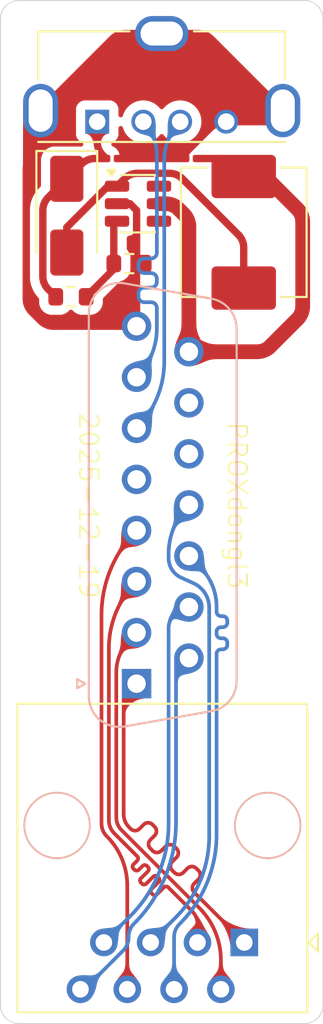
<source format=kicad_pcb>
(kicad_pcb (version 20241229) (generator "pcbnew") (generator_version "9.0")
  (layers (0 "F.Cu" signal) (2 "B.Cu" signal) (13 "F.Paste" user) (15 "B.Paste" user) (5 "F.SilkS" user "F.Silkscreen") (7 "B.SilkS" user "B.Silkscreen") (1 "F.Mask" user) (3 "B.Mask" user) (25 "Edge.Cuts" user))
  (net 0 "")
  (net 2 "/ETH_DC1+")
  (net 3 "/ETH_RX-")
  (net 4 "/ETH_TX+")
  (net 5 "/ETH_DC2+")
  (net 6 "/ETH_DC1-")
  (net 8 "/ETH_DC2-")
  (net 9 "/ETH_RX+")
  (net 10 "/ETH_TX-")
  (net 12 "/USB_D-")
  (net 13 "/USB_D+")
  (net 14 "+3V3")
  (net 15 "GND")
  (net 16 "+5V")
  (net 17 "Net-(D1-A)")
  (net 18 "Net-(U1-FB)")
  (footprint "Connector_USB:USB_A_Molex_105057_Vertical" (layer "F.Cu") (at 105.25 49.575)
    (property "Reference" "J3" (hide yes))
    (property "Value" "USB_A" (hide yes))
    (fp_line (start -3.2 -4.9) (end -3.2 -2.3) (stroke (width 0.12)) (layer "F.SilkS"))
    (fp_line (start -3.2 -4.9) (end 1.75 -4.9) (stroke (width 0.12)) (layer "F.SilkS"))
    (fp_line (start 10.2 -4.9) (end 5.25 -4.9) (stroke (width 0.12)) (layer "F.SilkS"))
    (fp_line (start 10.2 -4.9) (end 10.2 -2.3) (stroke (width 0.12)) (layer "F.SilkS"))
    (fp_line (start 10.2 1.1) (end -3.2 1.1) (stroke (width 0.12)) (layer "F.SilkS"))
    (pad "1" thru_hole rect (at 0 0) (size 1.3 1.3) (drill 0.9) (layers "*.Cu" "*.Mask") (net 16 "+5V"))
    (pad "2" thru_hole circle (at 2.5 0) (size 1.3 1.3) (drill 0.9) (layers "*.Cu" "*.Mask") (net 12 "/USB_D-"))
    (pad "3" thru_hole circle (at 4.5 0) (size 1.3 1.3) (drill 0.9) (layers "*.Cu" "*.Mask") (net 13 "/USB_D+"))
    (pad "4" thru_hole circle (at 7 0) (size 1.3 1.3) (drill 0.9) (layers "*.Cu" "*.Mask") (net 15 "GND"))
    (pad "5" thru_hole oval (at -3.07 -0.6 180) (size 1.9 2.9) (drill oval 1.3 2.3) (layers "*.Cu" "*.Mask") (net 15 "GND"))
    (pad "5" thru_hole oval (at 3.5 -4.78 90) (size 1.9 2.9) (drill oval 1.3 2.3) (layers "*.Cu" "*.Mask") (net 15 "GND"))
    (pad "5" thru_hole oval (at 10.07 -0.6) (size 1.9 2.9) (drill oval 1.3 2.3) (layers "*.Cu" "*.Mask") (net 15 "GND"))
  )
  (footprint "Diode_SMD:D_SMA" (layer "F.Cu") (at 103.6 54.675 -90)
    (property "Reference" "D1" (hide yes))
    (property "Value" "D" (hide yes))
    (fp_line (start -3.51 1.65) (end 2 1.65) (stroke (width 0.12)) (layer "F.SilkS"))
    (fp_line (start -3.51 -1.65) (end -3.51 1.65) (stroke (width 0.12)) (layer "F.SilkS"))
    (fp_line (start -3.51 -1.65) (end 2 -1.65) (stroke (width 0.12)) (layer "F.SilkS"))
    (pad "1" smd roundrect (at -2 0 270) (size 2.5 1.8) (layers "F.Cu" "F.Mask" "F.Paste") (roundrect_rratio 0.1388888889) (net 16 "+5V"))
    (pad "2" smd roundrect (at 2 0 270) (size 2.5 1.8) (layers "F.Cu" "F.Mask" "F.Paste") (roundrect_rratio 0.1388888889) (net 17 "Net-(D1-A)"))
  )
  (footprint "Package_TO_SOT_SMD:SOT-23-6" (layer "F.Cu") (at 107.4625 54.025)
    (property "Reference" "U1" (hide yes))
    (property "Value" "MT3608" (hide yes))
    (fp_line (start -0.91 -1.56) (end 0.91 -1.56) (stroke (width 0.12)) (layer "F.SilkS"))
    (fp_line (start -0.91 -1.51) (end -0.91 -1.56) (stroke (width 0.12)) (layer "F.SilkS"))
    (fp_line (start -0.91 1.56) (end -0.91 1.51) (stroke (width 0.12)) (layer "F.SilkS"))
    (fp_line (start 0.91 -1.56) (end 0.91 -1.51) (stroke (width 0.12)) (layer "F.SilkS"))
    (fp_line (start 0.91 1.51) (end 0.91 1.56) (stroke (width 0.12)) (layer "F.SilkS"))
    (fp_line (start 0.91 1.56) (end -0.91 1.56) (stroke (width 0.12)) (layer "F.SilkS"))
    (fp_poly (pts (xy -1.45 -1.51) (xy -1.69 -1.84) (xy -1.21 -1.84)) (stroke (width 0.12)) (fill yes) (layer "F.SilkS"))
    (pad "1" smd roundrect (at -1.1375 -0.95) (size 1.325 0.6) (layers "F.Cu" "F.Mask" "F.Paste") (net 17 "Net-(D1-A)"))
    (pad "2" smd roundrect (at -1.1375 0) (size 1.325 0.6) (layers "F.Cu" "F.Mask" "F.Paste") (net 15 "GND"))
    (pad "3" smd roundrect (at -1.1375 0.95) (size 1.325 0.6) (layers "F.Cu" "F.Mask" "F.Paste") (net 18 "Net-(U1-FB)"))
    (pad "4" smd roundrect (at 1.1375 0.95) (size 1.325 0.6) (layers "F.Cu" "F.Mask" "F.Paste"))
    (pad "5" smd roundrect (at 1.1375 0) (size 1.325 0.6) (layers "F.Cu" "F.Mask" "F.Paste") (net 14 "+3V3"))
    (pad "6" smd roundrect (at 1.1375 -0.95) (size 1.325 0.6) (layers "F.Cu" "F.Mask" "F.Paste"))
  )
  (footprint "Capacitor_SMD:C_0201_0603Metric" (layer "F.Cu") (at 106.055 51.575)
    (property "Reference" "C2" (hide yes))
    (property "Value" "22uF" (hide yes))
    (pad "1" smd roundrect (at -0.32 0) (size 0.46 0.4) (layers "F.Cu" "F.Mask") (net 16 "+5V"))
    (pad "2" smd roundrect (at 0.32 0) (size 0.46 0.4) (layers "F.Cu" "F.Mask") (net 15 "GND"))
  )
  (footprint "Inductor_SMD:L_APV_APH0630" (layer "F.Cu") (at 113.2 55.575 -90)
    (property "Reference" "L1" (hide yes))
    (property "Value" "4.7uH" (hide yes))
    (fp_line (start -3.51 3.41) (end -3.51 2.01) (stroke (width 0.12)) (layer "F.SilkS"))
    (fp_line (start 3.51 3.41) (end -3.51 3.41) (stroke (width 0.12)) (layer "F.SilkS"))
    (fp_line (start 3.51 2.01) (end 3.51 3.41) (stroke (width 0.12)) (layer "F.SilkS"))
    (fp_line (start -3.51 -2.01) (end -3.51 -3.41) (stroke (width 0.12)) (layer "F.SilkS"))
    (fp_line (start -3.51 -3.41) (end 3.51 -3.41) (stroke (width 0.12)) (layer "F.SilkS"))
    (fp_line (start 3.51 -3.41) (end 3.51 -2.01) (stroke (width 0.12)) (layer "F.SilkS"))
    (pad "1" smd roundrect (at -3.025 0 270) (size 2.35 3.5) (layers "F.Cu" "F.Mask" "F.Paste") (roundrect_rratio 0.106383) (net 14 "+3V3"))
    (pad "2" smd roundrect (at 3.025 0 270) (size 2.35 3.5) (layers "F.Cu" "F.Mask" "F.Paste") (roundrect_rratio 0.106383) (net 17 "Net-(D1-A)"))
  )
  (footprint "Resistor_SMD:R_0603_1608Metric" (layer "F.Cu") (at 106.975 57.275)
    (property "Reference" "R2" (hide yes))
    (property "Value" "15k" (hide yes))
    (fp_line (start -0.237258 -0.5225) (end 0.237258 -0.5225) (stroke (width 0.12)) (layer "F.SilkS"))
    (fp_line (start -0.237258 0.5225) (end 0.237258 0.5225) (stroke (width 0.12)) (layer "F.SilkS"))
    (pad "1" smd roundrect (at -0.825 0) (size 0.8 0.95) (layers "F.Cu" "F.Mask" "F.Paste") (net 18 "Net-(U1-FB)"))
    (pad "2" smd roundrect (at 0.825 0) (size 0.8 0.95) (layers "F.Cu" "F.Mask" "F.Paste") (net 15 "GND"))
  )
  (footprint "Resistor_SMD:R_0603_1608Metric" (layer "F.Cu") (at 103.825 59.075)
    (property "Reference" "R1" (hide yes))
    (property "Value" "110k" (hide yes))
    (fp_line (start -0.237258 -0.5225) (end 0.237258 -0.5225) (stroke (width 0.12)) (layer "F.SilkS"))
    (fp_line (start -0.237258 0.5225) (end 0.237258 0.5225) (stroke (width 0.12)) (layer "F.SilkS"))
    (pad "1" smd roundrect (at -0.825 0) (size 0.8 0.95) (layers "F.Cu" "F.Mask" "F.Paste") (net 16 "+5V"))
    (pad "2" smd roundrect (at 0.825 0) (size 0.8 0.95) (layers "F.Cu" "F.Mask" "F.Paste") (net 18 "Net-(U1-FB)"))
  )
  (footprint "Capacitor_SMD:C_0201_0603Metric" (layer "F.Cu") (at 110.345 51.575 180)
    (property "Reference" "C1" (hide yes))
    (property "Value" "22uF" (hide yes))
    (pad "1" smd roundrect (at -0.32 0 180) (size 0.46 0.4) (layers "F.Cu" "F.Mask") (net 14 "+3V3"))
    (pad "2" smd roundrect (at 0.32 0 180) (size 0.46 0.4) (layers "F.Cu" "F.Mask") (net 15 "GND"))
  )
  (footprint "Connector_RJ:RJ45_OST_PJ012-8P8CX_Vertical" (layer "F.Cu") (at 113.23 94.1 180)
    (property "Reference" "J2" (hide yes))
    (property "Value" "RJ45" (hide yes))
    (fp_line (start 12.31 12.95) (end -3.42 12.95) (stroke (width 0.12)) (layer "F.SilkS"))
    (fp_line (start 12.31 -3.79) (end 12.31 12.95) (stroke (width 0.12)) (layer "F.SilkS"))
    (fp_line (start 12.3 -3.79) (end -3.42 -3.79) (stroke (width 0.12)) (layer "F.SilkS"))
    (fp_line (start -3.42 -3.79) (end -3.42 12.95) (stroke (width 0.12)) (layer "F.SilkS"))
    (fp_line (start -3.5 0) (end -4 -0.5) (stroke (width 0.12)) (layer "F.SilkS"))
    (fp_line (start -4 0.5) (end -3.5 0) (stroke (width 0.12)) (layer "F.SilkS"))
    (fp_line (start -4 -0.5) (end -4 0.5) (stroke (width 0.12)) (layer "F.SilkS"))
    (pad "" np_thru_hole circle (at -1.27 6.35 180) (size 3.65 3.65) (drill 3.45) (layers "*.Cu" "*.SilkS" "*.Mask"))
    (pad "" np_thru_hole circle (at 10.16 6.35 180) (size 3.65 3.65) (drill 3.45) (layers "*.Cu" "*.SilkS" "*.Mask"))
    (pad "1" thru_hole rect (at 0 0 180) (size 1.5 1.5) (drill 0.9) (layers "*.Cu" "*.Mask") (net 4 "/ETH_TX+"))
    (pad "2" thru_hole circle (at 1.27 -2.54 180) (size 1.5 1.5) (drill 0.9) (layers "*.Cu" "*.Mask") (net 10 "/ETH_TX-"))
    (pad "3" thru_hole circle (at 2.54 0 180) (size 1.5 1.5) (drill 0.9) (layers "*.Cu" "*.Mask") (net 9 "/ETH_RX+"))
    (pad "4" thru_hole circle (at 3.81 -2.54 180) (size 1.5 1.5) (drill 0.9) (layers "*.Cu" "*.Mask") (net 2 "/ETH_DC1+"))
    (pad "5" thru_hole circle (at 5.08 0 180) (size 1.5 1.5) (drill 0.9) (layers "*.Cu" "*.Mask") (net 5 "/ETH_DC2+"))
    (pad "6" thru_hole circle (at 6.35 -2.54 180) (size 1.5 1.5) (drill 0.9) (layers "*.Cu" "*.Mask") (net 3 "/ETH_RX-"))
    (pad "7" thru_hole circle (at 7.62 0 180) (size 1.5 1.5) (drill 0.9) (layers "*.Cu" "*.Mask") (net 6 "/ETH_DC1-"))
    (pad "8" thru_hole circle (at 8.89 -2.54 180) (size 1.5 1.5) (drill 0.9) (layers "*.Cu" "*.Mask") (net 8 "/ETH_DC2-"))
  )
  (footprint "Connector_Dsub:DSUB-15_Socket_Vertical_P2.77x2.84mm" (layer "B.Cu") (at 107.385 80.06 -90)
    (property "Reference" "J1" (hide yes))
    (property "Value" "DA15_Socket" (hide yes))
    (fp_line (start -0.248149 3.216506) (end 0.251851 3.216506) (stroke (width 0.12)) (layer "B.SilkS"))
    (fp_line (start 0.251851 3.216506) (end 0.001851 2.783493) (stroke (width 0.12)) (layer "B.SilkS"))
    (fp_line (start 0.001851 2.783493) (end -0.248149 3.216506) (stroke (width 0.12)) (layer "B.SilkS"))
    (fp_line (start -20.076689 2.59) (end 0.686689 2.59) (stroke (width 0.12)) (layer "B.SilkS"))
    (fp_line (start 2.32147 0.641744) (end 1.492733 -4.058256) (stroke (width 0.12)) (layer "B.SilkS"))
    (fp_line (start -20.882733 -4.058256) (end -21.71147 0.641744) (stroke (width 0.12)) (layer "B.SilkS"))
    (fp_line (start -0.142048 -5.43) (end -19.247952 -5.43) (stroke (width 0.12)) (layer "B.SilkS"))
    (fp_arc (start -20.076689 2.59) (mid -21.348323 1.997027) (end -21.71147 0.641744) (stroke (width 0.12)) (layer "B.SilkS"))
    (fp_arc (start 2.32147 0.641744) (mid 1.958323 1.997027) (end 0.686689 2.59) (stroke (width 0.12)) (layer "B.SilkS"))
    (fp_arc (start -20.882733 -4.058256) (mid -20.31498 -5.041634) (end -19.247952 -5.43) (stroke (width 0.12)) (layer "B.SilkS"))
    (fp_arc (start -0.142048 -5.43) (mid 0.92498 -5.041634) (end 1.492733 -4.058256) (stroke (width 0.12)) (layer "B.SilkS"))
    (pad "1" thru_hole rect (at 0 0 270) (size 1.6 1.6) (drill 1) (layers "*.Cu" "*.Mask") (net 4 "/ETH_TX+"))
    (pad "2" thru_hole circle (at -2.77 0 270) (size 1.6 1.6) (drill 1) (layers "*.Cu" "*.Mask") (net 10 "/ETH_TX-"))
    (pad "3" thru_hole circle (at -5.54 0 270) (size 1.6 1.6) (drill 1) (layers "*.Cu" "*.Mask") (net 9 "/ETH_RX+"))
    (pad "4" thru_hole circle (at -8.31 0 270) (size 1.6 1.6) (drill 1) (layers "*.Cu" "*.Mask") (net 3 "/ETH_RX-"))
    (pad "5" thru_hole circle (at -11.08 0 270) (size 1.6 1.6) (drill 1) (layers "*.Cu" "*.Mask"))
    (pad "6" thru_hole circle (at -13.85 0 270) (size 1.6 1.6) (drill 1) (layers "*.Cu" "*.Mask") (net 13 "/USB_D+"))
    (pad "7" thru_hole circle (at -16.62 0 270) (size 1.6 1.6) (drill 1) (layers "*.Cu" "*.Mask") (net 12 "/USB_D-"))
    (pad "8" thru_hole circle (at -19.39 0 270) (size 1.6 1.6) (drill 1) (layers "*.Cu" "*.Mask") (net 15 "GND"))
    (pad "9" thru_hole circle (at -1.385 -2.84 270) (size 1.6 1.6) (drill 1) (layers "*.Cu" "*.Mask") (net 8 "/ETH_DC2-"))
    (pad "10" thru_hole circle (at -4.155 -2.84 270) (size 1.6 1.6) (drill 1) (layers "*.Cu" "*.Mask") (net 6 "/ETH_DC1-"))
    (pad "11" thru_hole circle (at -6.925 -2.84 270) (size 1.6 1.6) (drill 1) (layers "*.Cu" "*.Mask") (net 2 "/ETH_DC1+"))
    (pad "12" thru_hole circle (at -9.695 -2.84 270) (size 1.6 1.6) (drill 1) (layers "*.Cu" "*.Mask") (net 5 "/ETH_DC2+"))
    (pad "13" thru_hole circle (at -12.465 -2.84 270) (size 1.6 1.6) (drill 1) (layers "*.Cu" "*.Mask"))
    (pad "14" thru_hole circle (at -15.235 -2.84 270) (size 1.6 1.6) (drill 1) (layers "*.Cu" "*.Mask"))
    (pad "15" thru_hole circle (at -18.005 -2.84 270) (size 1.6 1.6) (drill 1) (layers "*.Cu" "*.Mask") (net 14 "+3V3"))
  )
  (gr_line (start 100 97.5) (end 100 44) (stroke (width 0.05)) (layer "Edge.Cuts"))
  (gr_line (start 117.5 44) (end 117.5 97.5) (stroke (width 0.05)) (layer "Edge.Cuts"))
  (gr_line (start 101 43) (end 116.5 43) (stroke (width 0.05)) (layer "Edge.Cuts"))
  (gr_arc (start 116.5 43) (mid 117.207107 43.292893) (end 117.5 44) (stroke (width 0.05)) (layer "Edge.Cuts"))
  (gr_arc (start 101 98.5) (mid 100.292893 98.207107) (end 100 97.5) (stroke (width 0.05)) (layer "Edge.Cuts"))
  (gr_line (start 116.5 98.5) (end 101 98.5) (stroke (width 0.05)) (layer "Edge.Cuts"))
  (gr_arc (start 117.5 97.5) (mid 117.207107 98.207107) (end 116.5 98.5) (stroke (width 0.05)) (layer "Edge.Cuts"))
  (gr_arc (start 100 44) (mid 100.292893 43.292893) (end 101 43) (stroke (width 0.05)) (layer "Edge.Cuts"))
  (gr_text "PROXdongl3\n\n\n\n\n2025-12-19" (at 104.2 70.4 270) (layer "F.SilkS") (effects (font (size 1 1) (thickness 0.1)) (justify bottom)))
  (segment (start 109.42 93.811314) (end 109.42 96.64) (width 0.2) (layer "B.Cu") (net 2))
  (segment (start 111.727 78.438473) (end 111.727 78.558473) (width 0.2) (layer "B.Cu") (net 2))
  (segment (start 112.307 77.838473) (end 112.307 77.958473) (width 0.2) (layer "B.Cu") (net 2))
  (segment (start 110.225 73.135) (end 110.837673 73.747673) (width 0.2) (layer "B.Cu") (net 2))
  (segment (start 111.967 76.398473) (end 112.067 76.398473) (width 0.2) (layer "B.Cu") (net 2))
  (segment (start 111.727 78.611757) (end 111.727 79.948824) (width 0.2) (layer "B.Cu") (net 2))
  (segment (start 111.727 78.558473) (end 111.727 78.611757) (width 0.2) (layer "B.Cu") (net 2))
  (segment (start 112.307 76.638473) (end 112.307 76.758473) (width 0.2) (layer "B.Cu") (net 2))
  (segment (start 112.067 76.998473) (end 111.967 76.998473) (width 0.2) (layer "B.Cu") (net 2))
  (segment (start 111.727 79.948824) (end 111.727 88.241834) (width 0.2) (layer "B.Cu") (net 2))
  (segment (start 112.067 78.198473) (end 111.967 78.198473) (width 0.2) (layer "B.Cu") (net 2))
  (segment (start 111.727005 75.894771) (end 111.727 76.158473) (width 0.2) (layer "B.Cu") (net 2))
  (segment (start 111.727 77.238473) (end 111.727 77.358473) (width 0.2) (layer "B.Cu") (net 2))
  (segment (start 111.967 77.598473) (end 112.067 77.598473) (width 0.2) (layer "B.Cu") (net 2))
  (arc (start 111.727 88.241834) (mid 111.203571 90.873289) (end 109.712893 93.104207) (width 0.2) (layer "B.Cu") (net 2))
  (arc (start 111.727 77.358473) (mid 111.797294 77.528179) (end 111.967 77.598473) (width 0.2) (layer "B.Cu") (net 2))
  (arc (start 111.967 76.998473) (mid 111.797294 77.068767) (end 111.727 77.238473) (width 0.2) (layer "B.Cu") (net 2))
  (arc (start 112.307 77.958473) (mid 112.236706 78.128179) (end 112.067 78.198473) (width 0.2) (layer "B.Cu") (net 2))
  (arc (start 112.307 76.758473) (mid 112.236706 76.928179) (end 112.067 76.998473) (width 0.2) (layer "B.Cu") (net 2))
  (arc (start 111.727 76.158473) (mid 111.797294 76.328179) (end 111.967 76.398473) (width 0.2) (layer "B.Cu") (net 2))
  (arc (start 112.067 76.398473) (mid 112.236706 76.468767) (end 112.307 76.638473) (width 0.2) (layer "B.Cu") (net 2))
  (arc (start 109.712893 93.104207) (mid 109.49612 93.428631) (end 109.42 93.811314) (width 0.2) (layer "B.Cu") (net 2))
  (arc (start 110.837673 73.747673) (mid 111.495887 74.73277) (end 111.727005 75.894771) (width 0.2) (layer "B.Cu") (net 2))
  (arc (start 112.067 77.598473) (mid 112.236706 77.668767) (end 112.307 77.838473) (width 0.2) (layer "B.Cu") (net 2))
  (arc (start 111.967 78.198473) (mid 111.797294 78.268767) (end 111.727 78.438473) (width 0.2) (layer "B.Cu") (net 2))
  (segment (start 106.88 96.64) (end 106.88 91.014127) (width 0.2) (layer "F.Cu") (net 3))
  (segment (start 105.482 87.639086) (end 105.482 76.344198) (width 0.2) (layer "F.Cu") (net 3))
  (arc (start 105.774893 88.346193) (mid 106.592798 89.570264) (end 106.88 91.014127) (width 0.2) (layer "F.Cu") (net 3))
  (arc (start 107.385 71.75) (mid 105.976563 73.857856) (end 105.482 76.344198) (width 0.2) (layer "F.Cu") (net 3))
  (arc (start 105.774893 88.346193) (mid 105.55812 88.02177) (end 105.482 87.639086) (width 0.2) (layer "F.Cu") (net 3))
  (segment (start 106.685 80.76) (end 106.685 87.140786) (width 0.2) (layer "F.Cu") (net 4))
  (segment (start 108.728115 89.12294) (end 108.960045 88.891007) (width 0.2) (layer "F.Cu") (net 4))
  (segment (start 110.62316 90.078947) (end 110.741953 90.19774) (width 0.2) (layer "F.Cu") (net 4))
  (segment (start 107.385 80.06) (end 106.685 80.76) (width 0.2) (layer "F.Cu") (net 4))
  (segment (start 110.741953 90.672916) (end 110.51002 90.904846) (width 0.2) (layer "F.Cu") (net 4))
  (segment (start 107.385 80.06) (end 106.977893 80.467107) (width 0.2) (layer "F.Cu") (net 4))
  (segment (start 107.540176 87.935001) (end 107.772106 87.703068) (width 0.2) (layer "F.Cu") (net 4))
  (segment (start 109.554014 89.484977) (end 109.322081 89.716907) (width 0.2) (layer "F.Cu") (net 4))
  (segment (start 109.916054 90.310879) (end 110.147984 90.078946) (width 0.2) (layer "F.Cu") (net 4))
  (segment (start 110.628817 91.498817) (end 111.065 91.935) (width 0.2) (layer "F.Cu") (net 4))
  (segment (start 109.435221 88.891008) (end 109.554014 89.009801) (width 0.2) (layer "F.Cu") (net 4))
  (segment (start 109.322082 90.192083) (end 109.440878 90.310878) (width 0.2) (layer "F.Cu") (net 4))
  (segment (start 108.366075 88.297038) (end 108.134142 88.528968) (width 0.2) (layer "F.Cu") (net 4))
  (segment (start 111.065 91.935) (end 113.23 94.1) (width 0.2) (layer "F.Cu") (net 4))
  (segment (start 108.247282 87.703069) (end 108.366075 87.821862) (width 0.2) (layer "F.Cu") (net 4))
  (segment (start 110.510021 91.380022) (end 110.628817 91.498817) (width 0.2) (layer "F.Cu") (net 4))
  (segment (start 106.977893 87.847893) (end 107.065 87.935) (width 0.2) (layer "F.Cu") (net 4))
  (segment (start 108.134143 89.004144) (end 108.252939 89.122939) (width 0.2) (layer "F.Cu") (net 4))
  (arc (start 108.134142 88.528968) (mid 108.035731 88.766556) (end 108.134143 89.004144) (width 0.2) (layer "F.Cu") (net 4))
  (arc (start 110.51002 90.904846) (mid 110.411609 91.142434) (end 110.510021 91.380022) (width 0.2) (layer "F.Cu") (net 4))
  (arc (start 109.440878 90.310878) (mid 109.678467 90.40929) (end 109.916054 90.310879) (width 0.2) (layer "F.Cu") (net 4))
  (arc (start 110.147984 90.078946) (mid 110.385572 89.980535) (end 110.62316 90.078947) (width 0.2) (layer "F.Cu") (net 4))
  (arc (start 110.741953 90.19774) (mid 110.840365 90.435328) (end 110.741953 90.672916) (width 0.2) (layer "F.Cu") (net 4))
  (arc (start 107.065 87.935) (mid 107.302589 88.033412) (end 107.540176 87.935001) (width 0.2) (layer "F.Cu") (net 4))
  (arc (start 108.366075 87.821862) (mid 108.464487 88.05945) (end 108.366075 88.297038) (width 0.2) (layer "F.Cu") (net 4))
  (arc (start 108.252939 89.122939) (mid 108.490528 89.221351) (end 108.728115 89.12294) (width 0.2) (layer "F.Cu") (net 4))
  (arc (start 107.772106 87.703068) (mid 108.009694 87.604657) (end 108.247282 87.703069) (width 0.2) (layer "F.Cu") (net 4))
  (arc (start 109.554014 89.009801) (mid 109.652426 89.247389) (end 109.554014 89.484977) (width 0.2) (layer "F.Cu") (net 4))
  (arc (start 106.685 87.140786) (mid 106.76112 87.52347) (end 106.977893 87.847893) (width 0.2) (layer "F.Cu") (net 4))
  (arc (start 109.322081 89.716907) (mid 109.22367 89.954495) (end 109.322082 90.192083) (width 0.2) (layer "F.Cu") (net 4))
  (arc (start 108.960045 88.891007) (mid 109.197633 88.792596) (end 109.435221 88.891008) (width 0.2) (layer "F.Cu") (net 4))
  (segment (start 111.326 75.937102) (end 111.326 88.341275) (width 0.2) (layer "B.Cu") (net 5))
  (segment (start 109.4997 92.750316) (end 108.15 94.1) (width 0.2) (layer "B.Cu") (net 5))
  (segment (start 109.123999 73.094481) (end 109.123997 73.24715) (width 0.2) (layer "B.Cu") (net 5))
  (segment (start 109.124 73.050762) (end 109.123999 73.094481) (width 0.2) (layer "B.Cu") (net 5))
  (segment (start 109.124 73.022931) (end 109.124 73.050762) (width 0.2) (layer "B.Cu") (net 5))
  (segment (start 109.80946 74.311291) (end 110.472761 74.612516) (width 0.2) (layer "B.Cu") (net 5))
  (arc (start 109.123997 73.24715) (mid 109.310191 73.880054) (end 109.80946 74.311291) (width 0.2) (layer "B.Cu") (net 5))
  (arc (start 110.225 70.365) (mid 109.410133 71.584481) (end 109.124 73.022931) (width 0.2) (layer "B.Cu") (net 5))
  (arc (start 111.326 88.341275) (mid 110.85136 90.727434) (end 109.4997 92.750316) (width 0.2) (layer "B.Cu") (net 5))
  (arc (start 111.326 75.937102) (mid 111.094227 75.149297) (end 110.472761 74.612516) (width 0.2) (layer "B.Cu") (net 5))
  (segment (start 109.416893 76.333107) (end 109.845 75.905) (width 0.2) (layer "B.Cu") (net 6))
  (segment (start 109.124 87.641773) (end 109.124 77.040214) (width 0.2) (layer "B.Cu") (net 6))
  (segment (start 109.845 75.905) (end 110.225 75.905) (width 0.2) (layer "B.Cu") (net 6))
  (segment (start 105.61 94.1) (end 107.042033 92.668001) (width 0.2) (layer "B.Cu") (net 6))
  (segment (start 105.61 94.1) (end 105.5 93.99) (width 0.2) (layer "B.Cu") (net 6))
  (arc (start 107.042033 92.668001) (mid 108.582913 90.361955) (end 109.124 87.641773) (width 0.2) (layer "B.Cu") (net 6))
  (arc (start 109.416893 76.333107) (mid 109.20012 76.65753) (end 109.124 77.040214) (width 0.2) (layer "B.Cu") (net 6))
  (segment (start 106.953893 93.828232) (end 106.953893 93.785982) (width 0.2) (layer "B.Cu") (net 8))
  (segment (start 109.525 87.578835) (end 109.525 79.789214) (width 0.2) (layer "B.Cu") (net 8))
  (segment (start 104.556339 96.64) (end 106.661 94.535339) (width 0.2) (layer "B.Cu") (net 8))
  (segment (start 104.34 96.64) (end 104.556339 96.64) (width 0.2) (layer "B.Cu") (net 8))
  (segment (start 109.817893 79.082107) (end 110.225 78.675) (width 0.2) (layer "B.Cu") (net 8))
  (arc (start 109.525 79.789214) (mid 109.60112 79.406531) (end 109.817893 79.082107) (width 0.2) (layer "B.Cu") (net 8))
  (arc (start 106.953893 93.785982) (mid 107.030013 93.403299) (end 107.246786 93.078875) (width 0.2) (layer "B.Cu") (net 8))
  (arc (start 106.661 94.535339) (mid 106.877773 94.210916) (end 106.953893 93.828232) (width 0.2) (layer "B.Cu") (net 8))
  (arc (start 107.246786 93.078875) (mid 108.932921 90.555415) (end 109.525 87.578835) (width 0.2) (layer "B.Cu") (net 8))
  (segment (start 109.162381 91.166581) (end 109.3279 91.3321) (width 0.2) (layer "F.Cu") (net 9))
  (segment (start 109.104397 91.108597) (end 109.162381 91.166581) (width 0.2) (layer "F.Cu") (net 9))
  (segment (start 108.002727 90.238858) (end 107.619475 90.622109) (width 0.2) (layer "F.Cu") (net 9))
  (segment (start 107.4229 89.659031) (end 107.216424 89.865506) (width 0.2) (layer "F.Cu") (net 9))
  (segment (start 108.199302 91.433867) (end 108.257284 91.491849) (width 0.2) (layer "F.Cu") (net 9))
  (segment (start 107.216424 90.097437) (end 107.274406 90.155419) (width 0.2) (layer "F.Cu") (net 9))
  (segment (start 109.3279 91.3321) (end 110.281037 92.285237) (width 0.2) (layer "F.Cu") (net 9))
  (segment (start 110.281037 92.285237) (end 110.397107 92.401307) (width 0.2) (layer "F.Cu") (net 9))
  (segment (start 107.944743 89.948943) (end 108.002727 90.006927) (width 0.2) (layer "F.Cu") (net 9))
  (segment (start 107.506337 90.155419) (end 107.712812 89.948943) (width 0.2) (layer "F.Cu") (net 9))
  (segment (start 107.909388 90.912022) (end 108.292639 90.52877) (width 0.2) (layer "F.Cu") (net 9))
  (segment (start 108.582554 90.818685) (end 108.199302 91.201936) (width 0.2) (layer "F.Cu") (net 9))
  (segment (start 107.619475 90.85404) (end 107.677457 90.912022) (width 0.2) (layer "F.Cu") (net 9))
  (segment (start 105.883 78.146129) (end 105.883 87.472986) (width 0.2) (layer "F.Cu") (net 9))
  (segment (start 108.52457 90.52877) (end 108.582554 90.586754) (width 0.2) (layer "F.Cu") (net 9))
  (segment (start 106.175893 88.180093) (end 107.4229 89.4271) (width 0.2) (layer "F.Cu") (net 9))
  (segment (start 108.489215 91.491849) (end 108.872466 91.108597) (width 0.2) (layer "F.Cu") (net 9))
  (segment (start 110.69 93.108414) (end 110.69 94.1) (width 0.2) (layer "F.Cu") (net 9))
  (arc (start 107.677457 90.912022) (mid 107.793423 90.960056) (end 107.909388 90.912022) (width 0.2) (layer "F.Cu") (net 9))
  (arc (start 110.397107 92.401307) (mid 110.61388 92.725731) (end 110.69 93.108414) (width 0.2) (layer "F.Cu") (net 9))
  (arc (start 105.883 87.472986) (mid 105.95912 87.855669) (end 106.175893 88.180093) (width 0.2) (layer "F.Cu") (net 9))
  (arc (start 108.199302 91.201936) (mid 108.151268 91.317901) (end 108.199302 91.433867) (width 0.2) (layer "F.Cu") (net 9))
  (arc (start 107.4229 89.4271) (mid 107.470934 89.543066) (end 107.4229 89.659031) (width 0.2) (layer "F.Cu") (net 9))
  (arc (start 108.002727 90.006927) (mid 108.050761 90.122893) (end 108.002727 90.238858) (width 0.2) (layer "F.Cu") (net 9))
  (arc (start 107.619475 90.622109) (mid 107.571441 90.738074) (end 107.619475 90.85404) (width 0.2) (layer "F.Cu") (net 9))
  (arc (start 107.712812 89.948943) (mid 107.828777 89.900909) (end 107.944743 89.948943) (width 0.2) (layer "F.Cu") (net 9))
  (arc (start 108.292639 90.52877) (mid 108.408604 90.480736) (end 108.52457 90.52877) (width 0.2) (layer "F.Cu") (net 9))
  (arc (start 108.582554 90.586754) (mid 108.630588 90.70272) (end 108.582554 90.818685) (width 0.2) (layer "F.Cu") (net 9))
  (arc (start 107.274406 90.155419) (mid 107.390372 90.203453) (end 107.506337 90.155419) (width 0.2) (layer "F.Cu") (net 9))
  (arc (start 107.216424 89.865506) (mid 107.16839 89.981471) (end 107.216424 90.097437) (width 0.2) (layer "F.Cu") (net 9))
  (arc (start 107.385 74.52) (mid 106.273353 76.18369) (end 105.883 78.146129) (width 0.2) (layer "F.Cu") (net 9))
  (arc (start 108.872466 91.108597) (mid 108.988431 91.060563) (end 109.104397 91.108597) (width 0.2) (layer "F.Cu") (net 9))
  (arc (start 108.257284 91.491849) (mid 108.37325 91.539883) (end 108.489215 91.491849) (width 0.2) (layer "F.Cu") (net 9))
  (segment (start 111.96 96.64) (end 111.96 95.064265) (width 0.2) (layer "F.Cu") (net 10))
  (segment (start 110.781137 92.218237) (end 106.576893 88.013993) (width 0.2) (layer "F.Cu") (net 10))
  (segment (start 107.037789 77.637211) (end 107.385 77.29) (width 0.2) (layer "F.Cu") (net 10))
  (segment (start 106.284 87.306886) (end 106.284 79.457019) (width 0.2) (layer "F.Cu") (net 10))
  (arc (start 106.576893 88.013993) (mid 106.36012 87.68957) (end 106.284 87.306886) (width 0.2) (layer "F.Cu") (net 10))
  (arc (start 107.037789 77.637211) (mid 106.479903 78.472146) (end 106.284 79.457019) (width 0.2) (layer "F.Cu") (net 10))
  (arc (start 111.96 95.064265) (mid 111.653623 93.524006) (end 110.781137 92.218237) (width 0.2) (layer "F.Cu") (net 10))
  (segment (start 108.486 60.381945) (end 108.486 60.686014) (width 0.2) (layer "B.Cu") (net 12))
  (segment (start 107.486 58.894642) (end 107.486 59.052642) (width 0.2) (layer "B.Cu") (net 12))
  (segment (start 107.802 57.788642) (end 108.17 57.788642) (width 0.2) (layer "B.Cu") (net 12))
  (segment (start 108.17 56.998642) (end 107.802 56.998642) (width 0.2) (layer "B.Cu") (net 12))
  (segment (start 107.486 57.314642) (end 107.486 57.472642) (width 0.2) (layer "B.Cu") (net 12))
  (segment (start 108.486 51.351842) (end 108.486 51.796628) (width 0.2) (layer "B.Cu") (net 12))
  (segment (start 107.802 59.368642) (end 108.17 59.368642) (width 0.2) (layer "B.Cu") (net 12))
  (segment (start 108.486 59.842642) (end 108.486 60.381945) (width 0.2) (layer "B.Cu") (net 12))
  (segment (start 108.17 58.578642) (end 107.802 58.578642) (width 0.2) (layer "B.Cu") (net 12))
  (segment (start 108.486 51.796628) (end 108.486 56.682642) (width 0.2) (layer "B.Cu") (net 12))
  (segment (start 108.486 58.104642) (end 108.486 58.262642) (width 0.2) (layer "B.Cu") (net 12))
  (segment (start 108.486 59.684642) (end 108.486 59.842642) (width 0.2) (layer "B.Cu") (net 12))
  (segment (start 108.486 60.686014) (end 108.486 60.781945) (width 0.2) (layer "B.Cu") (net 12))
  (arc (start 107.802 58.578642) (mid 107.578554 58.671196) (end 107.486 58.894642) (width 0.2) (layer "B.Cu") (net 12))
  (arc (start 108.486 58.262642) (mid 108.393446 58.486088) (end 108.17 58.578642) (width 0.2) (layer "B.Cu") (net 12))
  (arc (start 108.17 59.368642) (mid 108.393446 59.461196) (end 108.486 59.684642) (width 0.2) (layer "B.Cu") (net 12))
  (arc (start 108.486 56.682642) (mid 108.393446 56.906088) (end 108.17 56.998642) (width 0.2) (layer "B.Cu") (net 12))
  (arc (start 107.486 59.052642) (mid 107.578554 59.276088) (end 107.802 59.368642) (width 0.2) (layer "B.Cu") (net 12))
  (arc (start 107.802 56.998642) (mid 107.578554 57.091196) (end 107.486 57.314642) (width 0.2) (layer "B.Cu") (net 12))
  (arc (start 107.75 49.575) (mid 108.294723 50.390229) (end 108.486 51.351842) (width 0.2) (layer "B.Cu") (net 12))
  (arc (start 108.486 60.781945) (mid 108.199858 62.220476) (end 107.385 63.44) (width 0.2) (layer "B.Cu") (net 12))
  (arc (start 107.486 57.472642) (mid 107.578554 57.696088) (end 107.802 57.788642) (width 0.2) (layer "B.Cu") (net 12))
  (arc (start 108.17 57.788642) (mid 108.393446 57.881196) (end 108.486 58.104642) (width 0.2) (layer "B.Cu") (net 12))
  (segment (start 108.887 51.658474) (end 108.887 62.583871) (width 0.2) (layer "B.Cu") (net 13))
  (arc (start 109.75 49.575) (mid 109.111288 50.530903) (end 108.887 51.658474) (width 0.2) (layer "B.Cu") (net 13))
  (arc (start 107.385 66.21) (mid 108.496646 64.546311) (end 108.887 62.583871) (width 0.2) (layer "B.Cu") (net 13))
  (segment (start 113.935786 52.55) (end 113.2 52.55) (width 0.8) (layer "F.Cu") (net 14))
  (segment (start 114.637893 61.762107) (end 116.107107 60.292893) (width 0.8) (layer "F.Cu") (net 14))
  (segment (start 108.6 54.025) (end 108.964518 54.025) (width 0.8) (layer "F.Cu") (net 14))
  (segment (start 110.665 51.575) (end 112.225 51.575) (width 0.4) (layer "F.Cu") (net 14))
  (segment (start 116.107107 54.307107) (end 114.642893 52.842893) (width 0.8) (layer "F.Cu") (net 14))
  (segment (start 110.225 55.285482) (end 110.225 62.055) (width 0.8) (layer "F.Cu") (net 14))
  (segment (start 110.225 62.055) (end 113.930786 62.055) (width 0.8) (layer "F.Cu") (net 14))
  (segment (start 109.671625 54.317893) (end 109.932107 54.578375) (width 0.8) (layer "F.Cu") (net 14))
  (segment (start 116.4 59.585786) (end 116.4 55.014214) (width 0.8) (layer "F.Cu") (net 14))
  (segment (start 112.225 51.575) (end 113.2 52.55) (width 0.4) (layer "F.Cu") (net 14))
  (arc (start 116.4 55.014214) (mid 116.32388 54.631531) (end 116.107107 54.307107) (width 0.8) (layer "F.Cu") (net 14))
  (arc (start 110.225 55.285482) (mid 110.14888 54.902799) (end 109.932107 54.578375) (width 0.8) (layer "F.Cu") (net 14))
  (arc (start 116.4 59.585786) (mid 116.32388 59.968469) (end 116.107107 60.292893) (width 0.8) (layer "F.Cu") (net 14))
  (arc (start 109.671625 54.317893) (mid 109.347202 54.10112) (end 108.964518 54.025) (width 0.8) (layer "F.Cu") (net 14))
  (arc (start 113.930786 62.055) (mid 114.313469 61.97888) (end 114.637893 61.762107) (width 0.8) (layer "F.Cu") (net 14))
  (arc (start 113.935786 52.55) (mid 114.318469 52.62612) (end 114.642893 52.842893) (width 0.8) (layer "F.Cu") (net 14))
  (segment (start 106.067107 45.087893) (end 102.18 48.975) (width 0.4) (layer "F.Cu") (net 15))
  (segment (start 108.75 44.795) (end 110.725786 44.795) (width 0.4) (layer "F.Cu") (net 15))
  (segment (start 107.385 57.69) (end 107.8 57.275) (width 0.4) (layer "F.Cu") (net 15))
  (segment (start 108.75 44.795) (end 106.774214 44.795) (width 0.4) (layer "F.Cu") (net 15))
  (segment (start 107.385 60.67) (end 102.884214 60.67) (width 0.4) (layer "F.Cu") (net 15))
  (segment (start 107.3885 56.8635) (end 107.3885 54.3885) (width 0.4) (layer "F.Cu") (net 15))
  (segment (start 101.4 59.185786) (end 101.4 52.151428) (width 0.4) (layer "F.Cu") (net 15))
  (segment (start 102.18 50.543) (end 102.18 48.975) (width 0.4) (layer "F.Cu") (net 15))
  (segment (start 102.177107 60.377107) (end 101.692893 59.892893) (width 0.4) (layer "F.Cu") (net 15))
  (segment (start 114.72 49.575) (end 115.32 48.975) (width 0.4) (layer "F.Cu") (net 15))
  (segment (start 106.375 51.575) (end 110.025 51.575) (width 0.4) (layer "F.Cu") (net 15))
  (segment (start 107.379675 60.864675) (end 107.385 60.87) (width 0.2) (layer "F.Cu") (net 15))
  (segment (start 107.385 60.67) (end 107.385 57.69) (width 0.4) (layer "F.Cu") (net 15))
  (segment (start 101.692893 51.444321) (end 101.887107 51.250107) (width 0.4) (layer "F.Cu") (net 15))
  (segment (start 110.171437 51.127271) (end 111.351631 49.947077) (width 0.4) (layer "F.Cu") (net 15))
  (segment (start 107.3885 54.3885) (end 107.025 54.025) (width 0.4) (layer "F.Cu") (net 15))
  (segment (start 113.6 49.575) (end 114.72 49.575) (width 0.4) (layer "F.Cu") (net 15))
  (segment (start 107.025 54.025) (end 106.325 54.025) (width 0.4) (layer "F.Cu") (net 15))
  (segment (start 112.25 49.575) (end 113.6 49.575) (width 0.4) (layer "F.Cu") (net 15))
  (segment (start 110.025 51.575) (end 110.025 51.480815) (width 0.4) (layer "F.Cu") (net 15))
  (segment (start 111.432893 45.087893) (end 115.32 48.975) (width 0.4) (layer "F.Cu") (net 15))
  (segment (start 107.8 57.275) (end 107.3885 56.8635) (width 0.4) (layer "F.Cu") (net 15))
  (arc (start 111.432893 45.087893) (mid 111.10847 44.87112) (end 110.725786 44.795) (width 0.4) (layer "F.Cu") (net 15))
  (arc (start 102.18 50.543) (mid 102.10388 50.925683) (end 101.887107 51.250107) (width 0.4) (layer "F.Cu") (net 15))
  (arc (start 102.177107 60.377107) (mid 102.50153 60.59388) (end 102.884214 60.67) (width 0.4) (layer "F.Cu") (net 15))
  (arc (start 101.692893 51.444321) (mid 101.47612 51.768744) (end 101.4 52.151428) (width 0.4) (layer "F.Cu") (net 15))
  (arc (start 110.025 51.480815) (mid 110.063055 51.289478) (end 110.171437 51.127271) (width 0.4) (layer "F.Cu") (net 15))
  (arc (start 111.351631 49.947077) (mid 111.763762 49.6717) (end 112.25 49.575) (width 0.4) (layer "F.Cu") (net 15))
  (arc (start 106.067107 45.087893) (mid 106.39153 44.87112) (end 106.774214 44.795) (width 0.4) (layer "F.Cu") (net 15))
  (arc (start 101.692893 59.892893) (mid 101.47612 59.56847) (end 101.4 59.185786) (width 0.4) (layer "F.Cu") (net 15))
  (segment (start 102.591893 58.666893) (end 103 59.075) (width 0.4) (layer "F.Cu") (net 16))
  (segment (start 105.735 51.575) (end 105.114214 51.575) (width 0.4) (layer "F.Cu") (net 16))
  (segment (start 102.299 54.390214) (end 102.299 57.959786) (width 0.4) (layer "F.Cu") (net 16))
  (segment (start 105.542893 51.382893) (end 105.735 51.575) (width 0.4) (layer "F.Cu") (net 16))
  (segment (start 105.25 49.575) (end 105.25 50.675786) (width 0.4) (layer "F.Cu") (net 16))
  (segment (start 104.407107 51.867893) (end 103.6 52.675) (width 0.4) (layer "F.Cu") (net 16))
  (segment (start 103.6 52.675) (end 102.591893 53.683107) (width 0.4) (layer "F.Cu") (net 16))
  (arc (start 105.542893 51.382893) (mid 105.32612 51.05847) (end 105.25 50.675786) (width 0.4) (layer "F.Cu") (net 16))
  (arc (start 102.299 54.390214) (mid 102.37512 54.007531) (end 102.591893 53.683107) (width 0.4) (layer "F.Cu") (net 16))
  (arc (start 102.299 57.959786) (mid 102.37512 58.342469) (end 102.591893 58.666893) (width 0.4) (layer "F.Cu") (net 16))
  (arc (start 105.114214 51.575) (mid 104.731531 51.65112) (end 104.407107 51.867893) (width 0.4) (layer "F.Cu") (net 16))
  (segment (start 107.440214 52.374) (end 109.159786 52.374) (width 0.4) (layer "F.Cu") (net 17))
  (segment (start 109.866893 52.666893) (end 112.907107 55.707107) (width 0.4) (layer "F.Cu") (net 17))
  (segment (start 113.2 56.414214) (end 113.2 58.6) (width 0.4) (layer "F.Cu") (net 17))
  (segment (start 103.6 55.304112) (end 105.829112 53.075) (width 0.4) (layer "F.Cu") (net 17))
  (segment (start 106.325 53.075) (end 106.733107 52.666893) (width 0.4) (layer "F.Cu") (net 17))
  (segment (start 105.829112 53.075) (end 106.325 53.075) (width 0.4) (layer "F.Cu") (net 17))
  (segment (start 103.6 56.675) (end 103.6 55.304112) (width 0.4) (layer "F.Cu") (net 17))
  (arc (start 109.159786 52.374) (mid 109.542469 52.45012) (end 109.866893 52.666893) (width 0.4) (layer "F.Cu") (net 17))
  (arc (start 106.733107 52.666893) (mid 107.057531 52.45012) (end 107.440214 52.374) (width 0.4) (layer "F.Cu") (net 17))
  (arc (start 113.2 56.414214) (mid 113.12388 56.031531) (end 112.907107 55.707107) (width 0.4) (layer "F.Cu") (net 17))
  (segment (start 106.15 55.15) (end 106.325 54.975) (width 0.4) (layer "F.Cu") (net 18))
  (segment (start 106.15 57.575) (end 104.65 59.075) (width 0.4) (layer "F.Cu") (net 18))
  (segment (start 106.15 57.275) (end 106.15 57.575) (width 0.4) (layer "F.Cu") (net 18))
  (segment (start 106.15 57.275) (end 106.15 55.15) (width 0.4) (layer "F.Cu") (net 18))
  (zone (net 15) (net_name "GND") (layer "F.Cu") (connect_pads yes (clearance 0.5)) (min_thickness 0.25) (fill yes (thermal_gap 0.5) (thermal_bridge_width 0.5))
    (polygon (pts (xy 111 44.8) (xy 114.6 48.2) (xy 114.6 49.6) (xy 112 49.6) (xy 109.8 51.575) (xy 106.4 51.6) (xy 107 54.025) (xy 107.459937 54.800765) (xy 107.385 60.671) (xy 102.6 60.6) (xy 101.6 59.8) (xy 101.2 59.075) (xy 101.23052 48.448709) (xy 102.8 48.2) (xy 106.4 44.8)))
  )
)
</source>
